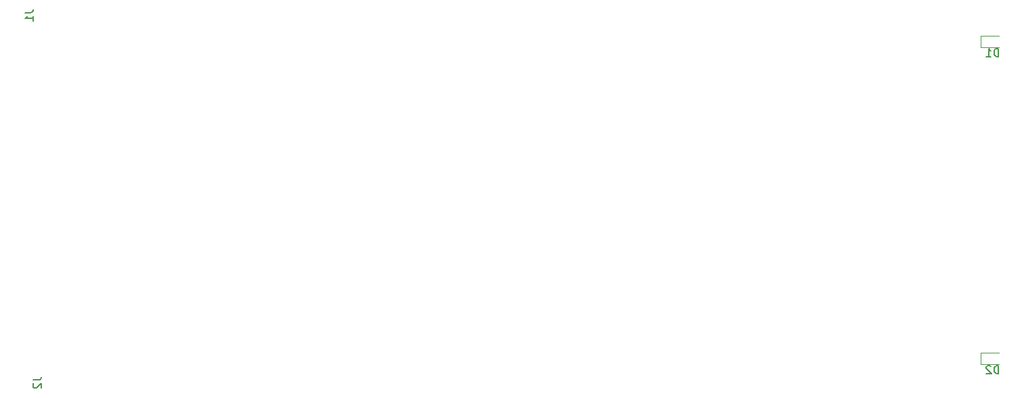
<source format=gbr>
%TF.GenerationSoftware,KiCad,Pcbnew,(5.1.8)-1*%
%TF.CreationDate,2023-04-23T23:39:47+09:00*%
%TF.ProjectId,face,66616365-2e6b-4696-9361-645f70636258,rev?*%
%TF.SameCoordinates,Original*%
%TF.FileFunction,Legend,Bot*%
%TF.FilePolarity,Positive*%
%FSLAX46Y46*%
G04 Gerber Fmt 4.6, Leading zero omitted, Abs format (unit mm)*
G04 Created by KiCad (PCBNEW (5.1.8)-1) date 2023-04-23 23:39:47*
%MOMM*%
%LPD*%
G01*
G04 APERTURE LIST*
%ADD10C,0.120000*%
%ADD11C,0.150000*%
G04 APERTURE END LIST*
D10*
%TO.C,D1*%
X199515000Y-77515000D02*
X201800000Y-77515000D01*
X199515000Y-78985000D02*
X199515000Y-77515000D01*
X201800000Y-78985000D02*
X199515000Y-78985000D01*
%TO.C,D2*%
X201800000Y-118735000D02*
X199515000Y-118735000D01*
X199515000Y-118735000D02*
X199515000Y-117265000D01*
X199515000Y-117265000D02*
X201800000Y-117265000D01*
%TO.C,D1*%
D11*
X201738095Y-80132380D02*
X201738095Y-79132380D01*
X201500000Y-79132380D01*
X201357142Y-79180000D01*
X201261904Y-79275238D01*
X201214285Y-79370476D01*
X201166666Y-79560952D01*
X201166666Y-79703809D01*
X201214285Y-79894285D01*
X201261904Y-79989523D01*
X201357142Y-80084761D01*
X201500000Y-80132380D01*
X201738095Y-80132380D01*
X200214285Y-80132380D02*
X200785714Y-80132380D01*
X200500000Y-80132380D02*
X200500000Y-79132380D01*
X200595238Y-79275238D01*
X200690476Y-79370476D01*
X200785714Y-79418095D01*
%TO.C,D2*%
X201738095Y-119882380D02*
X201738095Y-118882380D01*
X201500000Y-118882380D01*
X201357142Y-118930000D01*
X201261904Y-119025238D01*
X201214285Y-119120476D01*
X201166666Y-119310952D01*
X201166666Y-119453809D01*
X201214285Y-119644285D01*
X201261904Y-119739523D01*
X201357142Y-119834761D01*
X201500000Y-119882380D01*
X201738095Y-119882380D01*
X200785714Y-118977619D02*
X200738095Y-118930000D01*
X200642857Y-118882380D01*
X200404761Y-118882380D01*
X200309523Y-118930000D01*
X200261904Y-118977619D01*
X200214285Y-119072857D01*
X200214285Y-119168095D01*
X200261904Y-119310952D01*
X200833333Y-119882380D01*
X200214285Y-119882380D01*
%TO.C,J1*%
X79952380Y-74666666D02*
X80666666Y-74666666D01*
X80809523Y-74619047D01*
X80904761Y-74523809D01*
X80952380Y-74380952D01*
X80952380Y-74285714D01*
X80952380Y-75666666D02*
X80952380Y-75095238D01*
X80952380Y-75380952D02*
X79952380Y-75380952D01*
X80095238Y-75285714D01*
X80190476Y-75190476D01*
X80238095Y-75095238D01*
%TO.C,J2*%
X80952380Y-120666666D02*
X81666666Y-120666666D01*
X81809523Y-120619047D01*
X81904761Y-120523809D01*
X81952380Y-120380952D01*
X81952380Y-120285714D01*
X81047619Y-121095238D02*
X81000000Y-121142857D01*
X80952380Y-121238095D01*
X80952380Y-121476190D01*
X81000000Y-121571428D01*
X81047619Y-121619047D01*
X81142857Y-121666666D01*
X81238095Y-121666666D01*
X81380952Y-121619047D01*
X81952380Y-121047619D01*
X81952380Y-121666666D01*
%TD*%
M02*

</source>
